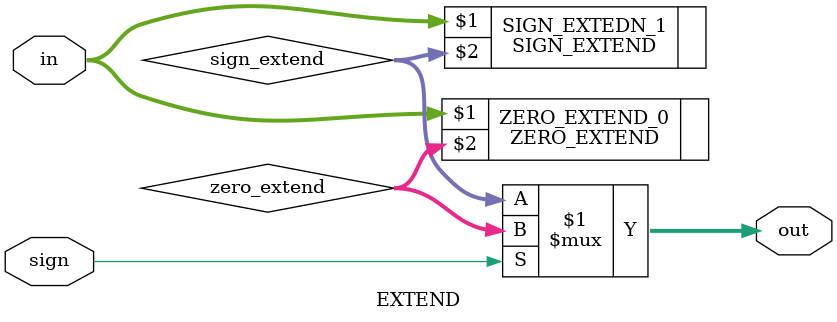
<source format=v>
`timescale 1ns / 1ps


module EXTEND(
    input [15:0] in,
    output [31:0] out,
    input sign
    );
    wire [31:0] sign_extend,zero_extend;
    ZERO_EXTEND ZERO_EXTEND_0(in,zero_extend);
    SIGN_EXTEND SIGN_EXTEDN_1(in,sign_extend);
    assign out=sign ? zero_extend : sign_extend;
endmodule

</source>
